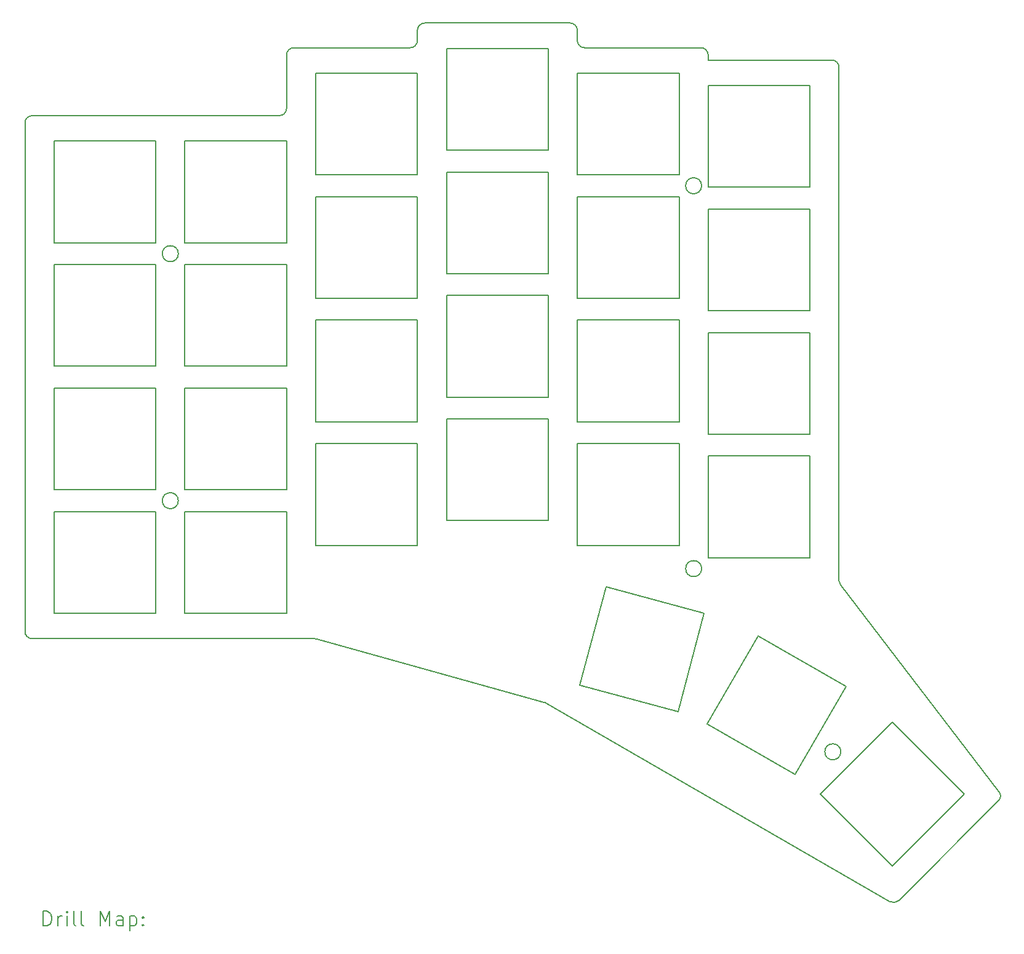
<source format=gbr>
%TF.GenerationSoftware,KiCad,Pcbnew,8.0.8+1*%
%TF.CreationDate,2025-03-13T20:36:28+00:00*%
%TF.ProjectId,top_plate,746f705f-706c-4617-9465-2e6b69636164,0.1*%
%TF.SameCoordinates,Original*%
%TF.FileFunction,Drillmap*%
%TF.FilePolarity,Positive*%
%FSLAX45Y45*%
G04 Gerber Fmt 4.5, Leading zero omitted, Abs format (unit mm)*
G04 Created by KiCad (PCBNEW 8.0.8+1) date 2025-03-13 20:36:28*
%MOMM*%
%LPD*%
G01*
G04 APERTURE LIST*
%ADD10C,0.150000*%
%ADD11C,0.200000*%
G04 APERTURE END LIST*
D10*
X3900000Y-15950000D02*
X3900000Y-8950000D01*
X4000000Y-8850000D02*
X7400000Y-8850000D01*
X7500000Y-8750000D02*
X7500000Y-8015000D01*
X7600000Y-7915000D02*
X9200000Y-7915000D01*
X9300000Y-7815000D02*
X9300000Y-7675000D01*
X9400000Y-7575000D02*
X11400000Y-7575000D01*
X11500000Y-7675000D02*
X11500000Y-7815000D01*
X11600000Y-7915000D02*
X13200000Y-7915000D01*
X13300000Y-8015000D02*
X13300000Y-8085000D01*
X13300000Y-8085000D02*
X15000000Y-8085000D01*
X15100000Y-8185000D02*
X15100000Y-15251032D01*
X15120690Y-15311940D02*
X17301791Y-18152003D01*
X17293192Y-18283622D02*
X15924563Y-19652251D01*
X15803852Y-19668143D02*
X11066050Y-16932771D01*
X11042814Y-16923022D02*
X7913134Y-16053648D01*
X7886369Y-16050000D02*
X4000000Y-16050000D01*
X3900000Y-8950000D02*
G75*
G02*
X4000000Y-8850000I100000J0D01*
G01*
X7500000Y-8750000D02*
G75*
G02*
X7400000Y-8850000I-100000J0D01*
G01*
X7500000Y-8015000D02*
G75*
G02*
X7600000Y-7915000I100000J0D01*
G01*
X9300000Y-7815000D02*
G75*
G02*
X9200000Y-7915000I-100000J0D01*
G01*
X9300000Y-7675000D02*
G75*
G02*
X9400000Y-7575000I100000J0D01*
G01*
X11400000Y-7575000D02*
G75*
G02*
X11500000Y-7675000I0J-100000D01*
G01*
X11600000Y-7915000D02*
G75*
G02*
X11500000Y-7815000I0J100000D01*
G01*
X13200000Y-7915000D02*
G75*
G02*
X13300000Y-8015000I0J-100000D01*
G01*
X15000000Y-8085000D02*
G75*
G02*
X15100000Y-8185000I0J-100000D01*
G01*
X15120690Y-15311940D02*
G75*
G02*
X15099999Y-15251032I79310J60910D01*
G01*
X17301791Y-18152003D02*
G75*
G02*
X17293190Y-18283621I-79311J-60907D01*
G01*
X15924563Y-19652251D02*
G75*
G02*
X15803851Y-19668145I-70713J70711D01*
G01*
X11042814Y-16923022D02*
G75*
G02*
X11066049Y-16932772I-26764J-96348D01*
G01*
X7886369Y-16050000D02*
G75*
G02*
X7913134Y-16053648I1J-100000D01*
G01*
X4000000Y-16050000D02*
G75*
G02*
X3900000Y-15950000I0J100000D01*
G01*
X4300000Y-15700000D02*
X5700000Y-15700000D01*
X5700000Y-15700000D02*
X5700000Y-14300000D01*
X5700000Y-14300000D02*
X4300000Y-14300000D01*
X4300000Y-14300000D02*
X4300000Y-15700000D01*
X4300000Y-14000000D02*
X5700000Y-14000000D01*
X5700000Y-14000000D02*
X5700000Y-12600000D01*
X5700000Y-12600000D02*
X4300000Y-12600000D01*
X4300000Y-12600000D02*
X4300000Y-14000000D01*
X4300000Y-12300000D02*
X5700000Y-12300000D01*
X5700000Y-12300000D02*
X5700000Y-10900000D01*
X5700000Y-10900000D02*
X4300000Y-10900000D01*
X4300000Y-10900000D02*
X4300000Y-12300000D01*
X4300000Y-10600000D02*
X5700000Y-10600000D01*
X5700000Y-10600000D02*
X5700000Y-9200000D01*
X5700000Y-9200000D02*
X4300000Y-9200000D01*
X4300000Y-9200000D02*
X4300000Y-10600000D01*
X6100000Y-15700000D02*
X7500000Y-15700000D01*
X7500000Y-15700000D02*
X7500000Y-14300000D01*
X7500000Y-14300000D02*
X6100000Y-14300000D01*
X6100000Y-14300000D02*
X6100000Y-15700000D01*
X6100000Y-14000000D02*
X7500000Y-14000000D01*
X7500000Y-14000000D02*
X7500000Y-12600000D01*
X7500000Y-12600000D02*
X6100000Y-12600000D01*
X6100000Y-12600000D02*
X6100000Y-14000000D01*
X6100000Y-12300000D02*
X7500000Y-12300000D01*
X7500000Y-12300000D02*
X7500000Y-10900000D01*
X7500000Y-10900000D02*
X6100000Y-10900000D01*
X6100000Y-10900000D02*
X6100000Y-12300000D01*
X6100000Y-10600000D02*
X7500000Y-10600000D01*
X7500000Y-10600000D02*
X7500000Y-9200000D01*
X7500000Y-9200000D02*
X6100000Y-9200000D01*
X6100000Y-9200000D02*
X6100000Y-10600000D01*
X7900000Y-14765000D02*
X9300000Y-14765000D01*
X9300000Y-14765000D02*
X9300000Y-13365000D01*
X9300000Y-13365000D02*
X7900000Y-13365000D01*
X7900000Y-13365000D02*
X7900000Y-14765000D01*
X7900000Y-13065000D02*
X9300000Y-13065000D01*
X9300000Y-13065000D02*
X9300000Y-11665000D01*
X9300000Y-11665000D02*
X7900000Y-11665000D01*
X7900000Y-11665000D02*
X7900000Y-13065000D01*
X7900000Y-11365000D02*
X9300000Y-11365000D01*
X9300000Y-11365000D02*
X9300000Y-9965000D01*
X9300000Y-9965000D02*
X7900000Y-9965000D01*
X7900000Y-9965000D02*
X7900000Y-11365000D01*
X7900000Y-9665000D02*
X9300000Y-9665000D01*
X9300000Y-9665000D02*
X9300000Y-8265000D01*
X9300000Y-8265000D02*
X7900000Y-8265000D01*
X7900000Y-8265000D02*
X7900000Y-9665000D01*
X9700000Y-14425000D02*
X11100000Y-14425000D01*
X11100000Y-14425000D02*
X11100000Y-13025000D01*
X11100000Y-13025000D02*
X9700000Y-13025000D01*
X9700000Y-13025000D02*
X9700000Y-14425000D01*
X9700000Y-12725000D02*
X11100000Y-12725000D01*
X11100000Y-12725000D02*
X11100000Y-11325000D01*
X11100000Y-11325000D02*
X9700000Y-11325000D01*
X9700000Y-11325000D02*
X9700000Y-12725000D01*
X9700000Y-11025000D02*
X11100000Y-11025000D01*
X11100000Y-11025000D02*
X11100000Y-9625000D01*
X11100000Y-9625000D02*
X9700000Y-9625000D01*
X9700000Y-9625000D02*
X9700000Y-11025000D01*
X9700000Y-9325000D02*
X11100000Y-9325000D01*
X11100000Y-9325000D02*
X11100000Y-7925000D01*
X11100000Y-7925000D02*
X9700000Y-7925000D01*
X9700000Y-7925000D02*
X9700000Y-9325000D01*
X11500000Y-14765000D02*
X12900000Y-14765000D01*
X12900000Y-14765000D02*
X12900000Y-13365000D01*
X12900000Y-13365000D02*
X11500000Y-13365000D01*
X11500000Y-13365000D02*
X11500000Y-14765000D01*
X11500000Y-13065000D02*
X12900000Y-13065000D01*
X12900000Y-13065000D02*
X12900000Y-11665000D01*
X12900000Y-11665000D02*
X11500000Y-11665000D01*
X11500000Y-11665000D02*
X11500000Y-13065000D01*
X11500000Y-11365000D02*
X12900000Y-11365000D01*
X12900000Y-11365000D02*
X12900000Y-9965000D01*
X12900000Y-9965000D02*
X11500000Y-9965000D01*
X11500000Y-9965000D02*
X11500000Y-11365000D01*
X11500000Y-9665000D02*
X12900000Y-9665000D01*
X12900000Y-9665000D02*
X12900000Y-8265000D01*
X12900000Y-8265000D02*
X11500000Y-8265000D01*
X11500000Y-8265000D02*
X11500000Y-9665000D01*
X13300000Y-14935000D02*
X14700000Y-14935000D01*
X14700000Y-14935000D02*
X14700000Y-13535000D01*
X14700000Y-13535000D02*
X13300000Y-13535000D01*
X13300000Y-13535000D02*
X13300000Y-14935000D01*
X13300000Y-13235000D02*
X14700000Y-13235000D01*
X14700000Y-13235000D02*
X14700000Y-11835000D01*
X14700000Y-11835000D02*
X13300000Y-11835000D01*
X13300000Y-11835000D02*
X13300000Y-13235000D01*
X13300000Y-11535000D02*
X14700000Y-11535000D01*
X14700000Y-11535000D02*
X14700000Y-10135000D01*
X14700000Y-10135000D02*
X13300000Y-10135000D01*
X13300000Y-10135000D02*
X13300000Y-11535000D01*
X13300000Y-9835000D02*
X14700000Y-9835000D01*
X14700000Y-9835000D02*
X14700000Y-8435000D01*
X14700000Y-8435000D02*
X13300000Y-8435000D01*
X13300000Y-8435000D02*
X13300000Y-9835000D01*
X11532008Y-16691875D02*
X12884304Y-17054222D01*
X12884304Y-17054222D02*
X13246651Y-15701925D01*
X13246651Y-15701925D02*
X11894355Y-15339579D01*
X11894355Y-15339579D02*
X11532008Y-16691875D01*
X13286872Y-17220971D02*
X14499307Y-17920971D01*
X14499307Y-17920971D02*
X15199307Y-16708535D01*
X15199307Y-16708535D02*
X13986872Y-16008535D01*
X13986872Y-16008535D02*
X13286872Y-17220971D01*
X14845000Y-18186230D02*
X15834949Y-19176179D01*
X15834949Y-19176179D02*
X16824899Y-18186230D01*
X16824899Y-18186230D02*
X15834949Y-17196280D01*
X15834949Y-17196280D02*
X14845000Y-18186230D01*
X6010000Y-10750000D02*
G75*
G02*
X5790000Y-10750000I-110000J0D01*
G01*
X5790000Y-10750000D02*
G75*
G02*
X6010000Y-10750000I110000J0D01*
G01*
X6010000Y-14150000D02*
G75*
G02*
X5790000Y-14150000I-110000J0D01*
G01*
X5790000Y-14150000D02*
G75*
G02*
X6010000Y-14150000I110000J0D01*
G01*
X13210000Y-9815000D02*
G75*
G02*
X12990000Y-9815000I-110000J0D01*
G01*
X12990000Y-9815000D02*
G75*
G02*
X13210000Y-9815000I110000J0D01*
G01*
X13210000Y-15085000D02*
G75*
G02*
X12990000Y-15085000I-110000J0D01*
G01*
X12990000Y-15085000D02*
G75*
G02*
X13210000Y-15085000I110000J0D01*
G01*
X15124705Y-17606402D02*
G75*
G02*
X14904705Y-17606402I-110000J0D01*
G01*
X14904705Y-17606402D02*
G75*
G02*
X15124705Y-17606402I110000J0D01*
G01*
D11*
X4153277Y-20000525D02*
X4153277Y-19800525D01*
X4153277Y-19800525D02*
X4200896Y-19800525D01*
X4200896Y-19800525D02*
X4229467Y-19810049D01*
X4229467Y-19810049D02*
X4248515Y-19829097D01*
X4248515Y-19829097D02*
X4258039Y-19848144D01*
X4258039Y-19848144D02*
X4267563Y-19886240D01*
X4267563Y-19886240D02*
X4267563Y-19914811D01*
X4267563Y-19914811D02*
X4258039Y-19952906D01*
X4258039Y-19952906D02*
X4248515Y-19971954D01*
X4248515Y-19971954D02*
X4229467Y-19991002D01*
X4229467Y-19991002D02*
X4200896Y-20000525D01*
X4200896Y-20000525D02*
X4153277Y-20000525D01*
X4353277Y-20000525D02*
X4353277Y-19867192D01*
X4353277Y-19905287D02*
X4362801Y-19886240D01*
X4362801Y-19886240D02*
X4372324Y-19876716D01*
X4372324Y-19876716D02*
X4391372Y-19867192D01*
X4391372Y-19867192D02*
X4410420Y-19867192D01*
X4477086Y-20000525D02*
X4477086Y-19867192D01*
X4477086Y-19800525D02*
X4467563Y-19810049D01*
X4467563Y-19810049D02*
X4477086Y-19819573D01*
X4477086Y-19819573D02*
X4486610Y-19810049D01*
X4486610Y-19810049D02*
X4477086Y-19800525D01*
X4477086Y-19800525D02*
X4477086Y-19819573D01*
X4600896Y-20000525D02*
X4581848Y-19991002D01*
X4581848Y-19991002D02*
X4572324Y-19971954D01*
X4572324Y-19971954D02*
X4572324Y-19800525D01*
X4705658Y-20000525D02*
X4686610Y-19991002D01*
X4686610Y-19991002D02*
X4677086Y-19971954D01*
X4677086Y-19971954D02*
X4677086Y-19800525D01*
X4934229Y-20000525D02*
X4934229Y-19800525D01*
X4934229Y-19800525D02*
X5000896Y-19943383D01*
X5000896Y-19943383D02*
X5067563Y-19800525D01*
X5067563Y-19800525D02*
X5067563Y-20000525D01*
X5248515Y-20000525D02*
X5248515Y-19895764D01*
X5248515Y-19895764D02*
X5238991Y-19876716D01*
X5238991Y-19876716D02*
X5219944Y-19867192D01*
X5219944Y-19867192D02*
X5181848Y-19867192D01*
X5181848Y-19867192D02*
X5162801Y-19876716D01*
X5248515Y-19991002D02*
X5229467Y-20000525D01*
X5229467Y-20000525D02*
X5181848Y-20000525D01*
X5181848Y-20000525D02*
X5162801Y-19991002D01*
X5162801Y-19991002D02*
X5153277Y-19971954D01*
X5153277Y-19971954D02*
X5153277Y-19952906D01*
X5153277Y-19952906D02*
X5162801Y-19933859D01*
X5162801Y-19933859D02*
X5181848Y-19924335D01*
X5181848Y-19924335D02*
X5229467Y-19924335D01*
X5229467Y-19924335D02*
X5248515Y-19914811D01*
X5343753Y-19867192D02*
X5343753Y-20067192D01*
X5343753Y-19876716D02*
X5362801Y-19867192D01*
X5362801Y-19867192D02*
X5400896Y-19867192D01*
X5400896Y-19867192D02*
X5419944Y-19876716D01*
X5419944Y-19876716D02*
X5429467Y-19886240D01*
X5429467Y-19886240D02*
X5438991Y-19905287D01*
X5438991Y-19905287D02*
X5438991Y-19962430D01*
X5438991Y-19962430D02*
X5429467Y-19981478D01*
X5429467Y-19981478D02*
X5419944Y-19991002D01*
X5419944Y-19991002D02*
X5400896Y-20000525D01*
X5400896Y-20000525D02*
X5362801Y-20000525D01*
X5362801Y-20000525D02*
X5343753Y-19991002D01*
X5524705Y-19981478D02*
X5534229Y-19991002D01*
X5534229Y-19991002D02*
X5524705Y-20000525D01*
X5524705Y-20000525D02*
X5515182Y-19991002D01*
X5515182Y-19991002D02*
X5524705Y-19981478D01*
X5524705Y-19981478D02*
X5524705Y-20000525D01*
X5524705Y-19876716D02*
X5534229Y-19886240D01*
X5534229Y-19886240D02*
X5524705Y-19895764D01*
X5524705Y-19895764D02*
X5515182Y-19886240D01*
X5515182Y-19886240D02*
X5524705Y-19876716D01*
X5524705Y-19876716D02*
X5524705Y-19895764D01*
M02*

</source>
